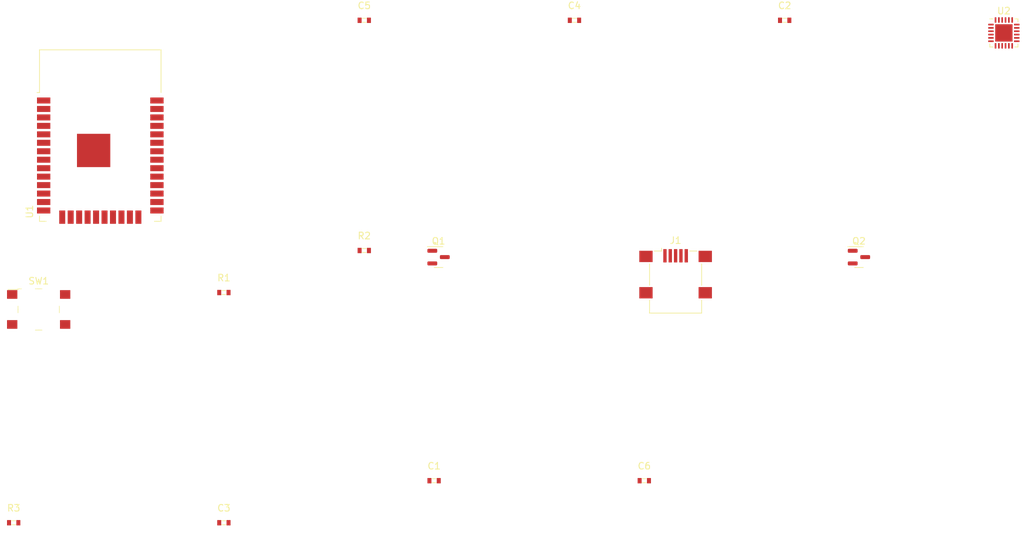
<source format=kicad_pcb>
(kicad_pcb (version 20211014) (generator pcbnew)
  (layers (0 "F.Cu" signal) (31 "B.Cu" signal) (34 "B.Paste" user) (35 "F.Paste" user) (36 "B.SilkS" user "B.Silkscreen") (37 "F.SilkS" user "F.Silkscreen") (38 "B.Mask" user) (39 "F.Mask" user) (44 "Edge.Cuts" user))
  (net 0 "")
  (net 1 "N$1")
  (net 2 "N$3")
  (net 3 "N$2")
  (net 4 "N$5")
  (net 5 "N$4")
  (net 6 "N$6")
  (net 7 "N$8")
  (net 8 "N$7")
  (net 9 "GND_1")
  (net 10 "V3_3_1")
  (net 11 "GND")
  (net 12 "V3_3")
  (net 13 "N$10")
  (net 14 "N$9")
  (net 15 "RTS")
  (net 16 "DTR")
  (footprint "digikey-footprints:0603" (layer "F.Cu") (at 151.54 63.28)
    (fp_text reference "C4" (at 0 -2.2) (layer "F.SilkS"))
    (fp_text value "100nF")
    (fp_line (start -0.3 0.3) (end 0.3 0.3) (layer "F.SilkS") (width 0.12))
    (fp_line (start -0.3 -0.3) (end 0.3 -0.3) (layer "F.SilkS") (width 0.12))
    (pad "1" smd rect locked (at -0.7 0) (size 0.6 0.8) (layers "F.Cu" "F.Paste" "F.Mask") (net 12 "V3_3"))
    (pad "2" smd rect locked (at 0.7 0) (size 0.6 0.8) (layers "F.Cu" "F.Paste" "F.Mask") (net 11 "GND"))
  )
  (footprint "digikey-footprints:0603" (layer "F.Cu") (at 98.92 104.14)
    (fp_text reference "R1" (at 0 -2.2) (layer "F.SilkS"))
    (fp_text value "10k")
    (fp_line (start -0.3 -0.3) (end 0.3 -0.3) (layer "F.SilkS") (width 0.12))
    (fp_line (start -0.3 0.3) (end 0.3 0.3) (layer "F.SilkS") (width 0.12))
    (pad "1" smd rect locked (at -0.7 0) (size 0.6 0.8) (layers "F.Cu" "F.Paste" "F.Mask") (net 10 "V3_3_1"))
    (pad "2" smd rect locked (at 0.7 0) (size 0.6 0.8) (layers "F.Cu" "F.Paste" "F.Mask") (net 1 "N$1"))
  )
  (footprint "Connector_USB:USB_Mini-B_Lumberg_2486_01_Horizontal" (layer "F.Cu") (at 166.72 101.32)
    (fp_text reference "J1" (at 0 -5) (layer "F.SilkS"))
    (fp_text value "USB_B_Mini")
    (fp_line (start -3.91 5.91) (end -3.91 3.96) (layer "F.SilkS") (width 0.12))
    (fp_line (start -3.91 1.74) (end -3.91 -1.49) (layer "F.SilkS") (width 0.12))
    (fp_line (start 3.91 5.91) (end -3.91 5.91) (layer "F.SilkS") (width 0.12))
    (fp_line (start -3.19 -3.41) (end -2.11 -3.41) (layer "F.SilkS") (width 0.12))
    (fp_line (start 3.91 5.91) (end 3.91 3.96) (layer "F.SilkS") (width 0.12))
    (fp_line (start 3.91 1.74) (end 3.91 -1.49) (layer "F.SilkS") (width 0.12))
    (fp_line (start 2.11 -3.41) (end 3.19 -3.41) (layer "F.SilkS") (width 0.12))
    (fp_line (start -2.11 -3.41) (end -2.11 -3.84) (layer "F.SilkS") (width 0.12))
    (pad "" np_thru_hole circle (at 2.2 0) (size 1 1) (drill 1) (layers *.Cu *.Mask))
    (pad "" np_thru_hole circle (at -2.2 0) (size 1 1) (drill 1) (layers *.Cu *.Mask))
    (pad "1" smd rect (at -1.6 -2.7) (size 0.5 2) (layers "F.Cu" "F.Paste" "F.Mask") (net 3 "N$2"))
    (pad "2" smd rect (at -0.8 -2.7) (size 0.5 2) (layers "F.Cu" "F.Paste" "F.Mask") (net 2 "N$3"))
    (pad "3" smd rect (at 0 -2.7) (size 0.5 2) (layers "F.Cu" "F.Paste" "F.Mask") (net 5 "N$4"))
    (pad "4" smd rect (at 0.8 -2.7) (size 0.5 2) (layers "F.Cu" "F.Paste" "F.Mask"))
    (pad "5" smd rect (at 1.6 -2.7) (size 0.5 2) (layers "F.Cu" "F.Paste" "F.Mask") (net 11 "GND"))
    (pad "6" smd rect (at 4.45 -2.6) (size 2 1.7) (layers "F.Cu" "F.Paste" "F.Mask") (net 11 "GND"))
    (pad "6" smd rect (at -4.45 -2.6) (size 2 1.7) (layers "F.Cu" "F.Paste" "F.Mask") (net 11 "GND"))
    (pad "6" smd rect (at -4.45 2.85) (size 2 1.7) (layers "F.Cu" "F.Paste" "F.Mask") (net 11 "GND"))
    (pad "6" smd rect (at 4.45 2.85) (size 2 1.7) (layers "F.Cu" "F.Paste" "F.Mask") (net 11 "GND"))
  )
  (footprint "digikey-footprints:0603" (layer "F.Cu") (at 130.47 132.38)
    (fp_text reference "C1" (at 0 -2.2) (layer "F.SilkS"))
    (fp_text value "100nF")
    (fp_line (start -0.3 -0.3) (end 0.3 -0.3) (layer "F.SilkS") (width 0.12))
    (fp_line (start -0.3 0.3) (end 0.3 0.3) (layer "F.SilkS") (width 0.12))
    (pad "1" smd rect locked (at -0.7 0) (size 0.6 0.8) (layers "F.Cu" "F.Paste" "F.Mask") (net 10 "V3_3_1"))
    (pad "2" smd rect locked (at 0.7 0) (size 0.6 0.8) (layers "F.Cu" "F.Paste" "F.Mask") (net 9 "GND_1"))
  )
  (footprint "digikey-footprints:0603" (layer "F.Cu") (at 119.99 63.28)
    (fp_text reference "C5" (at 0 -2.2) (layer "F.SilkS"))
    (fp_text value "10uF")
    (fp_line (start -0.3 -0.3) (end 0.3 -0.3) (layer "F.SilkS") (width 0.12))
    (fp_line (start -0.3 0.3) (end 0.3 0.3) (layer "F.SilkS") (width 0.12))
    (pad "1" smd rect locked (at -0.7 0) (size 0.6 0.8) (layers "F.Cu" "F.Paste" "F.Mask") (net 12 "V3_3"))
    (pad "2" smd rect locked (at 0.7 0) (size 0.6 0.8) (layers "F.Cu" "F.Paste" "F.Mask") (net 11 "GND"))
  )
  (footprint "digikey-footprints:0603" (layer "F.Cu") (at 183.09 63.28)
    (fp_text reference "C2" (at 0 -2.2) (layer "F.SilkS"))
    (fp_text value "10uF")
    (fp_line (start -0.3 -0.3) (end 0.3 -0.3) (layer "F.SilkS") (width 0.12))
    (fp_line (start -0.3 0.3) (end 0.3 0.3) (layer "F.SilkS") (width 0.12))
    (pad "1" smd rect locked (at -0.7 0) (size 0.6 0.8) (layers "F.Cu" "F.Paste" "F.Mask") (net 10 "V3_3_1"))
    (pad "2" smd rect locked (at 0.7 0) (size 0.6 0.8) (layers "F.Cu" "F.Paste" "F.Mask") (net 9 "GND_1"))
  )
  (footprint "Package_TO_SOT_SMD:SOT-23" (layer "F.Cu") (at 194.24 98.82)
    (fp_text reference "Q2" (at 0 -2.4) (layer "F.SilkS"))
    (fp_text value "DMN2041L")
    (fp_line (start 0 1.56) (end -0.65 1.56) (layer "F.SilkS") (width 0.12))
    (fp_line (start 0 1.56) (end 0.65 1.56) (layer "F.SilkS") (width 0.12))
    (fp_line (start 0 -1.56) (end 0.65 -1.56) (layer "F.SilkS") (width 0.12))
    (fp_line (start 0 -1.56) (end -1.675 -1.56) (layer "F.SilkS") (width 0.12))
    (pad "1" smd roundrect (at -0.9375 -0.95) (size 1.475 0.6) (layers "F.Cu" "F.Paste" "F.Mask") (net 16 "DTR"))
    (pad "2" smd roundrect (at -0.9375 0.95) (size 1.475 0.6) (layers "F.Cu" "F.Paste" "F.Mask") (net 1 "N$1"))
    (pad "3" smd roundrect (at 0.9375 0) (size 1.475 0.6) (layers "F.Cu" "F.Paste" "F.Mask") (net 15 "RTS"))
  )
  (footprint "digikey-footprints:0603" (layer "F.Cu") (at 119.99 97.83)
    (fp_text reference "R2" (at 0 -2.2) (layer "F.SilkS"))
    (fp_text value "470R")
    (fp_line (start -0.3 0.3) (end 0.3 0.3) (layer "F.SilkS") (width 0.12))
    (fp_line (start -0.3 -0.3) (end 0.3 -0.3) (layer "F.SilkS") (width 0.12))
    (pad "1" smd rect locked (at -0.7 0) (size 0.6 0.8) (layers "F.Cu" "F.Paste" "F.Mask") (net 8 "N$7"))
    (pad "2" smd rect locked (at 0.7 0) (size 0.6 0.8) (layers "F.Cu" "F.Paste" "F.Mask") (net 7 "N$8"))
  )
  (footprint "Package_DFN_QFN:QFN-24-1EP_4x4mm_P0.5mm_EP2.6x2.6mm" (layer "F.Cu") (at 215.99 65.17)
    (fp_text reference "U2" (at 0 -3.3) (layer "F.SilkS"))
    (fp_text value "CP2104")
    (fp_line (start 1.635 2.11) (end 2.11 2.11) (layer "F.SilkS") (width 0.12))
    (fp_line (start -2.11 2.11) (end -2.11 1.635) (layer "F.SilkS") (width 0.12))
    (fp_line (start 2.11 2.11) (end 2.11 1.635) (layer "F.SilkS") (width 0.12))
    (fp_line (start -1.635 -2.11) (end -2.11 -2.11) (layer "F.SilkS") (width 0.12))
    (fp_line (start 2.11 -2.11) (end 2.11 -1.635) (layer "F.SilkS") (width 0.12))
    (fp_line (start 1.635 -2.11) (end 2.11 -2.11) (layer "F.SilkS") (width 0.12))
    (fp_line (start -1.635 2.11) (end -2.11 2.11) (layer "F.SilkS") (width 0.12))
    (pad "1" smd roundrect (at -1.9375 -1.25) (size 0.825 0.25) (layers "F.Cu" "F.Paste" "F.Mask"))
    (pad "2" smd roundrect (at -1.9375 -0.75) (size 0.825 0.25) (layers "F.Cu" "F.Paste" "F.Mask") (net 11 "GND"))
    (pad "3" smd roundrect (at -1.9375 -0.25) (size 0.825 0.25) (layers "F.Cu" "F.Paste" "F.Mask") (net 5 "N$4"))
    (pad "4" smd roundrect (at -1.9375 0.25) (size 0.825 0.25) (layers "F.Cu" "F.Paste" "F.Mask") (net 2 "N$3"))
    (pad "5" smd roundrect (at -1.9375 0.75) (size 0.825 0.25) (layers "F.Cu" "F.Paste" "F.Mask") (net 12 "V3_3"))
    (pad "6" smd roundrect (at -1.9375 1.25) (size 0.825 0.25) (layers "F.Cu" "F.Paste" "F.Mask") (net 12 "V3_3"))
    (pad "7" smd roundrect (at -1.25 1.9375) (size 0.25 0.825) (layers "F.Cu" "F.Paste" "F.Mask") (net 12 "V3_3"))
    (pad "8" smd roundrect (at -0.75 1.9375) (size 0.25 0.825) (layers "F.Cu" "F.Paste" "F.Mask") (net 3 "N$2"))
    (pad "9" smd roundrect (at -0.25 1.9375) (size 0.25 0.825) (layers "F.Cu" "F.Paste" "F.Mask"))
    (pad "10" smd roundrect (at 0.25 1.9375) (size 0.25 0.825) (layers "F.Cu" "F.Paste" "F.Mask"))
    (pad "11" smd roundrect (at 0.75 1.9375) (size 0.25 0.825) (layers "F.Cu" "F.Paste" "F.Mask"))
    (pad "12" smd roundrect (at 1.25 1.9375) (size 0.25 0.825) (layers "F.Cu" "F.Paste" "F.Mask"))
    (pad "13" smd roundrect (at 1.9375 1.25) (size 0.825 0.25) (layers "F.Cu" "F.Paste" "F.Mask"))
    (pad "14" smd roundrect (at 1.9375 0.75) (size 0.825 0.25) (layers "F.Cu" "F.Paste" "F.Mask"))
    (pad "15" smd roundrect (at 1.9375 0.25) (size 0.825 0.25) (layers "F.Cu" "F.Paste" "F.Mask"))
    (pad "16" smd roundrect (at 1.9375 -0.25) (size 0.825 0.25) (layers "F.Cu" "F.Paste" "F.Mask") (net 4 "N$5"))
    (pad "17" smd roundrect (at 1.9375 -0.75) (size 0.825 0.25) (layers "F.Cu" "F.Paste" "F.Mask"))
    (pad "18" smd roundrect (at 1.9375 -1.25) (size 0.825 0.25) (layers "F.Cu" "F.Paste" "F.Mask"))
    (pad "19" smd roundrect (at 1.25 -1.9375) (size 0.25 0.825) (layers "F.Cu" "F.Paste" "F.Mask"))
    (pad "20" smd roundrect (at 0.75 -1.9375) (size 0.25 0.825) (layers "F.Cu" "F.Paste" "F.Mask") (net 7 "N$8"))
    (pad "21" smd roundrect (at 0.25 -1.9375) (size 0.25 0.825) (layers "F.Cu" "F.Paste" "F.Mask") (net 13 "N$10"))
    (pad "22" smd roundrect (at -0.25 -1.9375) (size 0.25 0.825) (layers "F.Cu" "F.Paste" "F.Mask"))
    (pad "23" smd roundrect (at -0.75 -1.9375) (size 0.25 0.825) (layers "F.Cu" "F.Paste" "F.Mask"))
    (pad "24" smd roundrect (at -1.25 -1.9375) (size 0.25 0.825) (layers "F.Cu" "F.Paste" "F.Mask"))
    (pad "25" smd rect (at 0 0) (size 2.6 2.6) (layers "F.Cu" "F.Mask") (net 11 "GND"))
  )
  (footprint "digikey-footprints:Switch_Tactile_SMD_6x6mm_PTS645" (layer "F.Cu") (at 71.12 106.68)
    (fp_text reference "SW1" (at 0 -4.27) (layer "F.SilkS"))
    (fp_text value "SW_DPST")
    (fp_line (start 0 -3.1) (end 0.5 -3.1) (layer "F.SilkS") (width 0.1))
    (fp_line (start 3.1 0) (end 3.1 0.5) (layer "F.SilkS") (width 0.1))
    (fp_line (start 0 -3.1) (end -0.5 -3.1) (layer "F.SilkS") (width 0.1))
    (fp_line (start -2.6 -3.1) (end -3.1 -3.1) (layer "F.SilkS") (width 0.1))
    (fp_line (start -3.4 -3) (end -4.6 -3) (layer "F.SilkS") (width 0.1))
    (fp_line (start 3.1 0) (end 3.1 -0.5) (layer "F.SilkS") (width 0.1))
    (fp_line (start -3.1 0) (end -3.1 -0.5) (layer "F.SilkS") (width 0.1))
    (fp_line (start 0 3.1) (end -0.5 3.1) (layer "F.SilkS") (width 0.1))
    (fp_line (start -3.1 0) (end -3.1 0.5) (layer "F.SilkS") (width 0.1))
    (fp_line (start -3.1 -3) (end -3.4 -3) (layer "F.SilkS") (width 0.1))
    (fp_line (start -3.1 -3.1) (end -3.1 -3) (layer "F.SilkS") (width 0.1))
    (fp_line (start 0 3.1) (end 0.5 3.1) (layer "F.SilkS") (width 0.1))
    (pad "1" smd rect locked (at -3.975 -2.25) (size 1.55 1.3) (layers "F.Cu" "F.Paste" "F.Mask") (net 1 "N$1"))
    (pad "2" smd rect locked (at 3.975 -2.25) (size 1.55 1.3) (layers "F.Cu" "F.Paste" "F.Mask") (net 1 "N$1"))
    (pad "3" smd rect locked (at -3.975 2.25) (size 1.55 1.3) (layers "F.Cu" "F.Paste" "F.Mask") (net 9 "GND_1"))
    (pad "4" smd rect locked (at 3.975 2.25) (size 1.55 1.3) (layers "F.Cu" "F.Paste" "F.Mask") (net 9 "GND_1"))
  )
  (footprint "digikey-footprints:0603" (layer "F.Cu") (at 162.02 132.38)
    (fp_text reference "C6" (at 0 -2.2) (layer "F.SilkS"))
    (fp_text value "4.7uF")
    (fp_line (start -0.3 -0.3) (end 0.3 -0.3) (layer "F.SilkS") (width 0.12))
    (fp_line (start -0.3 0.3) (end 0.3 0.3) (layer "F.SilkS") (width 0.12))
    (pad "1" smd rect locked (at -0.7 0) (size 0.6 0.8) (layers "F.Cu" "F.Paste" "F.Mask") (net 4 "N$5"))
    (pad "2" smd rect locked (at 0.7 0) (size 0.6 0.8) (layers "F.Cu" "F.Paste" "F.Mask") (net 11 "GND"))
  )
  (footprint "digikey-footprints:0603" (layer "F.Cu") (at 67.37 138.69)
    (fp_text reference "R3" (at 0 -2.2) (layer "F.SilkS"))
    (fp_text value "470R")
    (fp_line (start -0.3 0.3) (end 0.3 0.3) (layer "F.SilkS") (width 0.12))
    (fp_line (start -0.3 -0.3) (end 0.3 -0.3) (layer "F.SilkS") (width 0.12))
    (pad "1" smd rect locked (at -0.7 0) (size 0.6 0.8) (layers "F.Cu" "F.Paste" "F.Mask") (net 14 "N$9"))
    (pad "2" smd rect locked (at 0.7 0) (size 0.6 0.8) (layers "F.Cu" "F.Paste" "F.Mask") (net 13 "N$10"))
  )
  (footprint "digikey-footprints:0603" (layer "F.Cu") (at 98.92 138.69)
    (fp_text reference "C3" (at 0 -2.2) (layer "F.SilkS"))
    (fp_text value "10uF")
    (fp_line (start -0.3 0.3) (end 0.3 0.3) (layer "F.SilkS") (width 0.12))
    (fp_line (start -0.3 -0.3) (end 0.3 -0.3) (layer "F.SilkS") (width 0.12))
    (pad "1" smd rect locked (at -0.7 0) (size 0.6 0.8) (layers "F.Cu" "F.Paste" "F.Mask") (net 1 "N$1"))
    (pad "2" smd rect locked (at 0.7 0) (size 0.6 0.8) (layers "F.Cu" "F.Paste" "F.Mask") (net 9 "GND_1"))
  )
  (footprint "RF_Module:ESP32-WROOM-32" (layer "F.Cu") (at 80.37 83.57)
    (fp_text reference "U1" (at -10.61 8.43 90) (layer "F.SilkS"))
    (fp_text value "ESP32-WROOM-32")
    (fp_line (start 9.12 9.1) (end 9.12 9.88) (layer "F.SilkS") (width 0.12))
    (fp_line (start 9.12 9.88) (end 8.12 9.88) (layer "F.SilkS") (width 0.12))
    (fp_line (start -9.12 9.1) (end -9.12 9.88) (layer "F.SilkS") (width 0.12))
    (fp_line (start -9.12 9.88) (end -8.12 9.88) (layer "F.SilkS") (width 0.12))
    (fp_line (start 9.12 -15.865) (end 9.12 -9.445) (layer "F.SilkS") (width 0.12))
    (fp_line (start -9.12 -9.445) (end -9.5 -9.445) (layer "F.SilkS") (width 0.12))
    (fp_line (start -9.12 -15.865) (end 9.12 -15.865) (layer "F.SilkS") (width 0.12))
    (fp_line (start -9.12 -15.865) (end -9.12 -9.445) (layer "F.SilkS") (width 0.12))
    (pad "1" smd rect (at -8.5 -8.255) (size 2 0.9) (layers "F.Cu" "F.Paste" "F.Mask") (net 9 "GND_1"))
    (pad "2" smd rect (at -8.5 -6.985) (size 2 0.9) (layers "F.Cu" "F.Paste" "F.Mask") (net 10 "V3_3_1"))
    (pad "3" smd rect (at -8.5 -5.715) (size 2 0.9) (layers "F.Cu" "F.Paste" "F.Mask") (net 1 "N$1"))
    (pad "4" smd rect (at -8.5 -4.445) (size 2 0.9) (layers "F.Cu" "F.Paste" "F.Mask"))
    (pad "5" smd rect (at -8.5 -3.175) (size 2 0.9) (layers "F.Cu" "F.Paste" "F.Mask"))
    (pad "6" smd rect (at -8.5 -1.905) (size 2 0.9) (layers "F.Cu" "F.Paste" "F.Mask"))
    (pad "7" smd rect (at -8.5 -0.635) (size 2 0.9) (layers "F.Cu" "F.Paste" "F.Mask"))
    (pad "8" smd rect (at -8.5 0.635) (size 2 0.9) (layers "F.Cu" "F.Paste" "F.Mask"))
    (pad "9" smd rect (at -8.5 1.905) (size 2 0.9) (layers "F.Cu" "F.Paste" "F.Mask"))
    (pad "10" smd rect (at -8.5 3.175) (size 2 0.9) (layers "F.Cu" "F.Paste" "F.Mask"))
    (pad "11" smd rect (at -8.5 4.445) (size 2 0.9) (layers "F.Cu" "F.Paste" "F.Mask"))
    (pad "12" smd rect (at -8.5 5.715) (size 2 0.9) (layers "F.Cu" "F.Paste" "F.Mask"))
    (pad "13" smd rect (at -8.5 6.985) (size 2 0.9) (layers "F.Cu" "F.Paste" "F.Mask"))
    (pad "14" smd rect (at -8.5 8.255) (size 2 0.9) (layers "F.Cu" "F.Paste" "F.Mask"))
    (pad "15" smd rect (at -5.715 9.255 90) (size 2 0.9) (layers "F.Cu" "F.Paste" "F.Mask"))
    (pad "16" smd rect (at -4.445 9.255 90) (size 2 0.9) (layers "F.Cu" "F.Paste" "F.Mask"))
    (pad "17" smd rect (at -3.175 9.255 90) (size 2 0.9) (layers "F.Cu" "F.Paste" "F.Mask"))
    (pad "18" smd rect (at -1.905 9.255 90) (size 2 0.9) (layers "F.Cu" "F.Paste" "F.Mask"))
    (pad "19" smd rect (at -0.635 9.255 90) (size 2 0.9) (layers "F.Cu" "F.Paste" "F.Mask"))
    (pad "20" smd rect (at 0.635 9.255 90) (size 2 0.9) (layers "F.Cu" "F.Paste" "F.Mask"))
    (pad "21" smd rect (at 1.905 9.255 90) (size 2 0.9) (layers "F.Cu" "F.Paste" "F.Mask"))
    (pad "22" smd rect (at 3.175 9.255 90) (size 2 0.9) (layers "F.Cu" "F.Paste" "F.Mask"))
    (pad "23" smd rect (at 4.445 9.255 90) (size 2 0.9) (layers "F.Cu" "F.Paste" "F.Mask"))
    (pad "24" smd rect (at 5.715 9.255 90) (size 2 0.9) (layers "F.Cu" "F.Paste" "F.Mask"))
    (pad "25" smd rect (at 8.5 8.255) (size 2 0.9) (layers "F.Cu" "F.Paste" "F.Mask") (net 6 "N$6"))
    (pad "26" smd rect (at 8.5 6.985) (size 2 0.9) (layers "F.Cu" "F.Paste" "F.Mask"))
    (pad "27" smd rect (at 8.5 5.715) (size 2 0.9) (layers "F.Cu" "F.Paste" "F.Mask"))
    (pad "28" smd rect (at 8.5 4.445) (size 2 0.9) (layers "F.Cu" "F.Paste" "F.Mask"))
    (pad "29" smd rect (at 8.5 3.175) (size 2 0.9) (layers "F.Cu" "F.Paste" "F.Mask"))
    (pad "30" smd rect (at 8.5 1.905) (size 2 0.9) (layers "F.Cu" "F.Paste" "F.Mask"))
    (pad "31" smd rect (at 8.5 0.635) (size 2 0.9) (layers "F.Cu" "F.Paste" "F.Mask"))
    (pad "32" smd rect (at 8.5 -0.635) (size 2 0.9) (layers "F.Cu" "F.Paste" "F.Mask"))
    (pad "33" smd rect (at 8.5 -1.905) (size 2 0.9) (layers "F.Cu" "F.Paste" "F.Mask"))
    (pad "34" smd rect (at 8.5 -3.175) (size 2 0.9) (layers "F.Cu" "F.Paste" "F.Mask") (net 14 "N$9"))
    (pad "35" smd rect (at 8.5 -4.445) (size 2 0.9) (layers "F.Cu" "F.Paste" "F.Mask") (net 8 "N$7"))
    (pad "36" smd rect (at 8.5 -5.715) (size 2 0.9) (layers "F.Cu" "F.Paste" "F.Mask"))
    (pad "37" smd rect (at 8.5 -6.985) (size 2 0.9) (layers "F.Cu" "F.Paste" "F.Mask"))
    (pad "38" smd rect (at 8.5 -8.255) (size 2 0.9) (layers "F.Cu" "F.Paste" "F.Mask"))
    (pad "39" smd rect (at -1 -0.755) (size 5 5) (layers "F.Cu" "F.Paste" "F.Mask"))
  )
  (footprint "Package_TO_SOT_SMD:SOT-23" (layer "F.Cu") (at 131.14 98.82)
    (fp_text reference "Q1" (at 0 -2.4) (layer "F.SilkS"))
    (fp_text value "DMN2041L")
    (fp_line (start 0 1.56) (end -0.65 1.56) (layer "F.SilkS") (width 0.12))
    (fp_line (start 0 1.56) (end 0.65 1.56) (layer "F.SilkS") (width 0.12))
    (fp_line (start 0 -1.56) (end -1.675 -1.56) (layer "F.SilkS") (width 0.12))
    (fp_line (start 0 -1.56) (end 0.65 -1.56) (layer "F.SilkS") (width 0.12))
    (pad "1" smd roundrect (at -0.9375 -0.95) (size 1.475 0.6) (layers "F.Cu" "F.Paste" "F.Mask") (net 15 "RTS"))
    (pad "2" smd roundrect (at -0.9375 0.95) (size 1.475 0.6) (layers "F.Cu" "F.Paste" "F.Mask") (net 6 "N$6"))
    (pad "3" smd roundrect (at 0.9375 0) (size 1.475 0.6) (layers "F.Cu" "F.Paste" "F.Mask") (net 16 "DTR"))
  )
)
</source>
